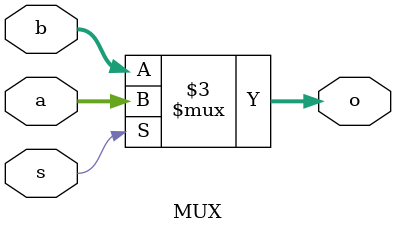
<source format=v>
module MUX
(	
	input[63:0] a,
	input[63:0] b,
	input s,
	output reg[63:0] o
);

	always @ (s or a or b)
	begin
		if (s)
			o <= a;
		else
			o <= b;
	end
	
endmodule
</source>
